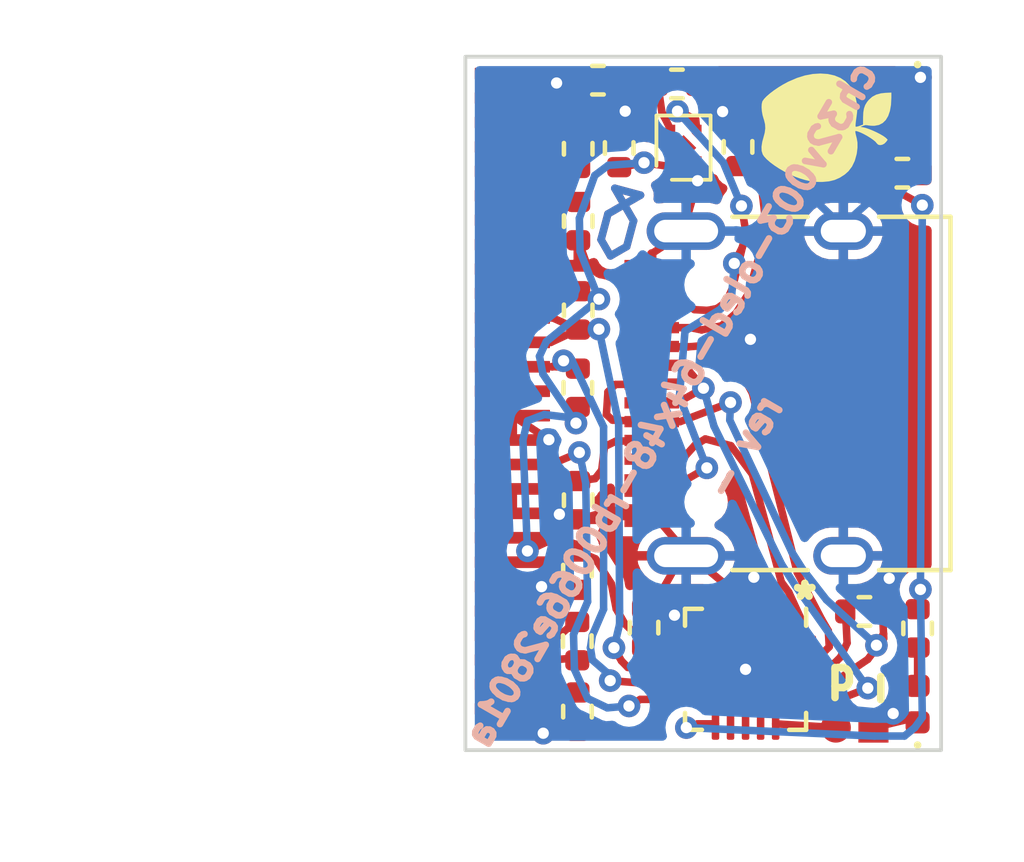
<source format=kicad_pcb>
(kicad_pcb (version 20211014) (generator pcbnew)
  (layers (0 "F.Cu" signal) (31 "B.Cu" signal) (34 "B.Paste" user) (35 "F.Paste" user) (36 "B.SilkS" user "B.Silkscreen") (37 "F.SilkS" user "F.Silkscreen") (38 "B.Mask" user) (39 "F.Mask" user) (44 "Edge.Cuts" user))
  (net 0 "")
  (net 1 "GND")
  (net 2 "VDD")
  (net 3 "+5V")
  (net 4 "Net-(C3-Pad2)")
  (net 5 "Net-(C7-Pad1)")
  (net 6 "Net-(C7-Pad2)")
  (net 7 "Net-(C9-Pad1)")
  (net 8 "Net-(C9-Pad2)")
  (net 9 "Net-(J1-PadA5)")
  (net 10 "SBU1")
  (net 11 "Net-(J1-PadB5)")
  (net 12 "SBU2")
  (net 13 "PGM")
  (net 14 "SDA")
  (net 15 "MOSI")
  (net 16 "SCL")
  (net 17 "Net-(R11-Pad2)")
  (net 18 "Net-(R12-Pad2)")
  (net 19 "RES")
  (net 20 "SS")
  (net 21 "FIOB")
  (net 22 "SCK")
  (net 23 "MISO")
  (net 24 "Net-(U1-Pad18)")
  (net 27 "Net-(C8-Pad2)")
  (net 28 "D+")
  (net 29 "D-")
  (net 32 "Net-(D1-Pad2)")
  (net 33 "Net-(D2-Pad2)")
  (footprint "Resistor_SMD:R_0402_1005Metric" (layer "F.Cu") (at 104.98 62.875 -90)
    (fp_text reference "R12" hide)
    (fp_text value "0")
    (pad "1" smd roundrect (at -0.51 0 270) (size 0.54 0.64) (layers "F.Cu" "F.Paste" "F.Mask") (net 2 "VDD"))
    (pad "2" smd roundrect (at 0.51 0 270) (size 0.54 0.64) (layers "F.Cu" "F.Paste" "F.Mask") (net 18 "Net-(R12-Pad2)"))
  )
  (footprint "cnhardware:xdfn-reg" (layer "F.Cu") (at 107.8 51.625)
    (fp_text reference "U2" hide)
    (fp_text value "3.3vReg" hide)
    (pad "1" smd custom (at -0.35 0.5) (size 0.26 0.23) (layers "F.Cu" "F.Paste" "F.Mask") (net 2 "VDD") (options (clearance outline) (anchor rect)) (primitives (gr_poly (pts (xy 0.13 -0.115) (xy -0.13 -0.115) (xy -0.13 -0.275) (xy -0.03 -0.275)) (width 0) (fill yes))))
    (pad "2" smd custom (at 0.35 0.5) (size 0.26 0.23) (layers "F.Cu" "F.Paste" "F.Mask") (net 1 "GND") (options (clearance outline) (anchor rect)) (primitives (gr_poly (pts (xy 0.13 -0.115) (xy -0.13 -0.115) (xy 0.03 -0.275) (xy 0.13 -0.275)) (width 0) (fill yes))))
    (pad "3" smd custom (at 0.35 -0.5 180) (size 0.26 0.23) (layers "F.Cu" "F.Paste" "F.Mask") (net 3 "+5V") (options (clearance outline) (anchor rect)) (primitives (gr_poly (pts (xy 0.13 -0.115) (xy -0.13 -0.115) (xy -0.13 -0.275) (xy -0.03 -0.275)) (width 0) (fill yes))))
    (pad "4" smd custom (at -0.35 -0.5 180) (size 0.26 0.23) (layers "F.Cu" "F.Paste" "F.Mask") (net 3 "+5V") (options (clearance outline) (anchor rect)) (primitives (gr_poly (pts (xy 0.13 -0.115) (xy -0.13 -0.115) (xy 0.03 -0.275) (xy 0.13 -0.275)) (width 0) (fill yes))))
    (pad "5" smd rect (at 0 0 225) (size 0.48 0.48) (layers "F.Cu" "F.Paste" "F.Mask") (net 1 "GND"))
  )
  (footprint "Resistor_SMD:R_0402_1005Metric" (layer "F.Cu") (at 113.62 52.3 180)
    (fp_text reference "R5" hide)
    (fp_text value "10")
    (pad "1" smd roundrect (at -0.51 0 180) (size 0.54 0.64) (layers "F.Cu" "F.Paste" "F.Mask") (net 33 "Net-(D2-Pad2)"))
    (pad "2" smd roundrect (at 0.51 0 180) (size 0.54 0.64) (layers "F.Cu" "F.Paste" "F.Mask") (net 21 "FIOB"))
  )
  (footprint "Resistor_SMD:R_0402_1005Metric" (layer "F.Cu") (at 114.025 64.41 90)
    (fp_text reference "R4" hide)
    (fp_text value "10")
    (pad "1" smd roundrect (at -0.51 0 90) (size 0.54 0.64) (layers "F.Cu" "F.Paste" "F.Mask") (net 32 "Net-(D1-Pad2)"))
    (pad "2" smd roundrect (at 0.51 0 90) (size 0.54 0.64) (layers "F.Cu" "F.Paste" "F.Mask") (net 21 "FIOB"))
  )
  (footprint "Connector_USB:USB_C_Receptacle_HRO_TYPE-C-31-M-12" (layer "F.Cu") (at 111 58.16 90)
    (fp_text reference "J1" hide)
    (fp_text value "USB_C_Receptacle_USB2.0" hide)
    (pad "" np_thru_hole circle (at -2.89 -2.6 90) (size 0.65 0.65) (drill 0.65) (layers *.Cu *.Mask))
    (pad "" np_thru_hole circle (at 2.89 -2.6 90) (size 0.65 0.65) (drill 0.65) (layers *.Cu *.Mask))
    (pad "A1" smd rect (at -3.25 -4.045 90) (size 0.6 1.45) (layers "F.Cu" "F.Paste" "F.Mask") (net 1 "GND"))
    (pad "A4" smd rect (at -2.45 -4.045 90) (size 0.6 1.45) (layers "F.Cu" "F.Paste" "F.Mask") (net 3 "+5V"))
    (pad "A5" smd rect (at -1.25 -4.045 90) (size 0.3 1.45) (layers "F.Cu" "F.Paste" "F.Mask") (net 9 "Net-(J1-PadA5)"))
    (pad "A6" smd rect (at -0.25 -4.045 90) (size 0.3 1.45) (layers "F.Cu" "F.Paste" "F.Mask") (net 28 "D+"))
    (pad "A7" smd rect (at 0.25 -4.045 90) (size 0.3 1.45) (layers "F.Cu" "F.Paste" "F.Mask") (net 29 "D-"))
    (pad "A8" smd rect (at 1.25 -4.045 90) (size 0.3 1.45) (layers "F.Cu" "F.Paste" "F.Mask") (net 10 "SBU1"))
    (pad "A9" smd rect (at 2.45 -4.045 90) (size 0.6 1.45) (layers "F.Cu" "F.Paste" "F.Mask") (net 3 "+5V"))
    (pad "A12" smd rect (at 3.25 -4.045 90) (size 0.6 1.45) (layers "F.Cu" "F.Paste" "F.Mask") (net 1 "GND"))
    (pad "B1" smd rect (at 3.25 -4.045 90) (size 0.6 1.45) (layers "F.Cu" "F.Paste" "F.Mask") (net 1 "GND"))
    (pad "B4" smd rect (at 2.45 -4.045 90) (size 0.6 1.45) (layers "F.Cu" "F.Paste" "F.Mask") (net 3 "+5V"))
    (pad "B5" smd rect (at 1.75 -4.045 90) (size 0.3 1.45) (layers "F.Cu" "F.Paste" "F.Mask") (net 11 "Net-(J1-PadB5)"))
    (pad "B6" smd rect (at 0.75 -4.045 90) (size 0.3 1.45) (layers "F.Cu" "F.Paste" "F.Mask") (net 28 "D+"))
    (pad "B7" smd rect (at -0.75 -4.045 90) (size 0.3 1.45) (layers "F.Cu" "F.Paste" "F.Mask") (net 29 "D-"))
    (pad "B8" smd rect (at -1.75 -4.045 90) (size 0.3 1.45) (layers "F.Cu" "F.Paste" "F.Mask") (net 12 "SBU2"))
    (pad "B9" smd rect (at -2.45 -4.045 90) (size 0.6 1.45) (layers "F.Cu" "F.Paste" "F.Mask") (net 3 "+5V"))
    (pad "B12" smd rect (at -3.25 -4.045 90) (size 0.6 1.45) (layers "F.Cu" "F.Paste" "F.Mask") (net 1 "GND"))
    (pad "S1" thru_hole oval (at 4.32 -3.13 90) (size 1 2.1) (drill oval 0.6 1.7) (layers *.Cu *.Mask) (net 1 "GND"))
    (pad "S1" thru_hole oval (at -4.32 1.05 90) (size 1 1.6) (drill oval 0.6 1.2) (layers *.Cu *.Mask) (net 1 "GND"))
    (pad "S1" thru_hole oval (at 4.32 1.05 90) (size 1 1.6) (drill oval 0.6 1.2) (layers *.Cu *.Mask) (net 1 "GND"))
    (pad "S1" thru_hole oval (at -4.32 -3.13 90) (size 1 2.1) (drill oval 0.6 1.7) (layers *.Cu *.Mask) (net 1 "GND"))
  )
  (footprint "Resistor_SMD:R_0402_1005Metric" (layer "F.Cu") (at 109.25 51.6 90)
    (fp_text reference "R3" hide)
    (fp_text value "5.1k" hide)
    (pad "1" smd roundrect (at -0.51 0 90) (size 0.54 0.64) (layers "F.Cu" "F.Paste" "F.Mask") (net 11 "Net-(J1-PadB5)"))
    (pad "2" smd roundrect (at 0.51 0 90) (size 0.54 0.64) (layers "F.Cu" "F.Paste" "F.Mask") (net 1 "GND"))
  )
  (footprint "Resistor_SMD:R_0402_1005Metric" (layer "F.Cu") (at 112.61 63.96 180)
    (fp_text reference "R1" hide)
    (fp_text value "1.5k")
    (pad "1" smd roundrect (at -0.51 0 180) (size 0.54 0.64) (layers "F.Cu" "F.Paste" "F.Mask") (net 29 "D-"))
    (pad "2" smd roundrect (at 0.51 0 180) (size 0.54 0.64) (layers "F.Cu" "F.Paste" "F.Mask") (net 24 "Net-(U1-Pad18)"))
  )
  (footprint "Resistor_SMD:R_0402_1005Metric" (layer "F.Cu") (at 104.975 64.75 -90)
    (fp_text reference "C9" hide)
    (fp_text value "1u" hide)
    (pad "1" smd roundrect (at -0.51 0 270) (size 0.54 0.64) (layers "F.Cu" "F.Paste" "F.Mask") (net 7 "Net-(C9-Pad1)"))
    (pad "2" smd roundrect (at 0.51 0 270) (size 0.54 0.64) (layers "F.Cu" "F.Paste" "F.Mask") (net 8 "Net-(C9-Pad2)"))
  )
  (footprint "Resistor_SMD:R_0402_1005Metric" (layer "F.Cu") (at 104.98 66.625 -90)
    (fp_text reference "C7" hide)
    (fp_text value "1u" hide)
    (pad "1" smd roundrect (at -0.51 0 270) (size 0.54 0.64) (layers "F.Cu" "F.Paste" "F.Mask") (net 5 "Net-(C7-Pad1)"))
    (pad "2" smd roundrect (at 0.51 0 270) (size 0.54 0.64) (layers "F.Cu" "F.Paste" "F.Mask") (net 6 "Net-(C7-Pad2)"))
  )
  (footprint "Resistor_SMD:R_0402_1005Metric" (layer "F.Cu") (at 105.525 49.825)
    (fp_text reference "C8" hide)
    (fp_text value "4.7u")
    (pad "1" smd roundrect (at -0.51 0) (size 0.54 0.64) (layers "F.Cu" "F.Paste" "F.Mask") (net 1 "GND"))
    (pad "2" smd roundrect (at 0.51 0) (size 0.54 0.64) (layers "F.Cu" "F.Paste" "F.Mask") (net 27 "Net-(C8-Pad2)"))
  )
  (footprint "Resistor_SMD:R_0402_1005Metric" (layer "F.Cu") (at 105 53.575 90)
    (fp_text reference "R11" hide)
    (fp_text value "390k")
    (pad "1" smd roundrect (at -0.51 0 90) (size 0.54 0.64) (layers "F.Cu" "F.Paste" "F.Mask") (net 1 "GND"))
    (pad "2" smd roundrect (at 0.51 0 90) (size 0.54 0.64) (layers "F.Cu" "F.Paste" "F.Mask") (net 17 "Net-(R11-Pad2)"))
  )
  (footprint "Resistor_SMD:R_0402_1005Metric" (layer "F.Cu") (at 105 51.65 -90)
    (fp_text reference "C3" hide)
    (fp_text value "2.2uF 16V")
    (pad "1" smd roundrect (at -0.51 0 270) (size 0.54 0.64) (layers "F.Cu" "F.Paste" "F.Mask") (net 1 "GND"))
    (pad "2" smd roundrect (at 0.51 0 270) (size 0.54 0.64) (layers "F.Cu" "F.Paste" "F.Mask") (net 4 "Net-(C3-Pad2)"))
  )
  (footprint "Package_DFN_QFN:QFN-20-1EP_3x3mm_P0.4mm_EP1.65x1.65mm" (layer "F.Cu") (at 109.45 65.5 -90)
    (fp_text reference "U1" hide)
    (fp_text value "CH32V003F4U6" hide)
    (pad "1" smd roundrect (at -1.45 -0.8 270) (size 0.85 0.2) (layers "F.Cu" "F.Paste" "F.Mask"))
    (pad "2" smd roundrect (at -1.45 -0.4 270) (size 0.85 0.2) (layers "F.Cu" "F.Paste" "F.Mask"))
    (pad "3" smd roundrect (at -1.45 0 270) (size 0.85 0.2) (layers "F.Cu" "F.Paste" "F.Mask"))
    (pad "4" smd roundrect (at -1.45 0.4 270) (size 0.85 0.2) (layers "F.Cu" "F.Paste" "F.Mask") (net 1 "GND"))
    (pad "5" smd roundrect (at -1.45 0.8 270) (size 0.85 0.2) (layers "F.Cu" "F.Paste" "F.Mask"))
    (pad "6" smd roundrect (at -0.8 1.45 270) (size 0.2 0.85) (layers "F.Cu" "F.Paste" "F.Mask") (net 2 "VDD"))
    (pad "7" smd roundrect (at -0.4 1.45 270) (size 0.2 0.85) (layers "F.Cu" "F.Paste" "F.Mask") (net 20 "SS"))
    (pad "8" smd roundrect (at 0 1.45 270) (size 0.2 0.85) (layers "F.Cu" "F.Paste" "F.Mask") (net 14 "SDA"))
    (pad "9" smd roundrect (at 0.4 1.45 270) (size 0.2 0.85) (layers "F.Cu" "F.Paste" "F.Mask") (net 16 "SCL"))
    (pad "10" smd roundrect (at 0.8 1.45 270) (size 0.2 0.85) (layers "F.Cu" "F.Paste" "F.Mask") (net 19 "RES"))
    (pad "11" smd roundrect (at 1.45 0.8 270) (size 0.85 0.2) (layers "F.Cu" "F.Paste" "F.Mask") (net 21 "FIOB"))
    (pad "12" smd roundrect (at 1.45 0.4 270) (size 0.85 0.2) (layers "F.Cu" "F.Paste" "F.Mask") (net 22 "SCK"))
    (pad "13" smd roundrect (at 1.45 0 270) (size 0.85 0.2) (layers "F.Cu" "F.Paste" "F.Mask") (net 15 "MOSI"))
    (pad "14" smd roundrect (at 1.45 -0.4 270) (size 0.85 0.2) (layers "F.Cu" "F.Paste" "F.Mask") (net 23 "MISO"))
    (pad "15" smd roundrect (at 1.45 -0.8 270) (size 0.85 0.2) (layers "F.Cu" "F.Paste" "F.Mask") (net 13 "PGM"))
    (pad "16" smd roundrect (at 0.8 -1.45 270) (size 0.2 0.85) (layers "F.Cu" "F.Paste" "F.Mask") (net 28 "D+"))
    (pad "17" smd roundrect (at 0.4 -1.45 270) (size 0.2 0.85) (layers "F.Cu" "F.Paste" "F.Mask") (net 29 "D-"))
    (pad "18" smd roundrect (at 0 -1.45 270) (size 0.2 0.85) (layers "F.Cu" "F.Paste" "F.Mask") (net 24 "Net-(U1-Pad18)"))
    (pad "19" smd roundrect (at -0.4 -1.45 270) (size 0.2 0.85) (layers "F.Cu" "F.Paste" "F.Mask") (net 10 "SBU1"))
    (pad "20" smd roundrect (at -0.8 -1.45 270) (size 0.2 0.85) (layers "F.Cu" "F.Paste" "F.Mask") (net 12 "SBU2"))
    (pad "21" smd rect (at 0 0 270) (size 1.65 1.65) (layers "F.Cu" "F.Mask") (net 1 "GND"))
  )
  (footprint "cnhardware:OLED-RB0066E2801A-64x48-FULL" (layer "F.Cu") (at 103.25 61.35 180)
    (fp_text reference "U4" hide)
    (fp_text value "OLED-RB0066E2801A-64x48-FULL")
    (pad "1" smd roundrect (at 0 -5.85 270) (size 0.31 2) (layers "F.Cu" "F.Paste" "F.Mask") (roundrect_rratio 0.05) (net 1 "GND"))
    (pad "2" smd roundrect (at 0 -5.2 270) (size 0.31 2) (layers "F.Cu" "F.Paste" "F.Mask") (roundrect_rratio 0.05) (net 6 "Net-(C7-Pad2)"))
    (pad "3" smd roundrect (at 0 -4.55 270) (size 0.31 2) (layers "F.Cu" "F.Paste" "F.Mask") (roundrect_rratio 0.05) (net 5 "Net-(C7-Pad1)"))
    (pad "4" smd roundrect (at 0 -3.9 270) (size 0.31 2) (layers "F.Cu" "F.Paste" "F.Mask") (roundrect_rratio 0.05) (net 8 "Net-(C9-Pad2)"))
    (pad "5" smd roundrect (at 0 -3.25 270) (size 0.31 2) (layers "F.Cu" "F.Paste" "F.Mask") (roundrect_rratio 0.05) (net 7 "Net-(C9-Pad1)"))
    (pad "6" smd roundrect (at 0 -2.6 270) (size 0.31 2) (layers "F.Cu" "F.Paste" "F.Mask") (roundrect_rratio 0.05) (net 18 "Net-(R12-Pad2)"))
    (pad "7" smd roundrect (at 0 -1.95 270) (size 0.31 2) (layers "F.Cu" "F.Paste" "F.Mask") (roundrect_rratio 0.05) (net 1 "GND"))
    (pad "8" smd roundrect (at 0 -1.3 270) (size 0.31 2) (layers "F.Cu" "F.Paste" "F.Mask") (roundrect_rratio 0.05) (net 2 "VDD"))
    (pad "9" smd roundrect (at 0 -0.65 270) (size 0.31 2) (layers "F.Cu" "F.Paste" "F.Mask") (roundrect_rratio 0.05) (net 2 "VDD"))
    (pad "10" smd roundrect (at 0 0 270) (size 0.31 2) (layers "F.Cu" "F.Paste" "F.Mask") (roundrect_rratio 0.05) (net 1 "GND"))
    (pad "11" smd roundrect (at 0 0.65 270) (size 0.31 2) (layers "F.Cu" "F.Paste" "F.Mask") (roundrect_rratio 0.05) (net 1 "GND"))
    (pad "12" smd roundrect (at 0 1.3 270) (size 0.31 2) (layers "F.Cu" "F.Paste" "F.Mask") (roundrect_rratio 0.05) (net 19 "RES"))
    (pad "13" smd roundrect (at 0 1.95 270) (size 0.31 2) (layers "F.Cu" "F.Paste" "F.Mask") (roundrect_rratio 0.05) (net 1 "GND"))
    (pad "14" smd roundrect (at 0 2.6 270) (size 0.31 2) (layers "F.Cu" "F.Paste" "F.Mask") (roundrect_rratio 0.05) (net 1 "GND"))
    (pad "15" smd roundrect (at 0 3.25 270) (size 0.31 2) (layers "F.Cu" "F.Paste" "F.Mask") (roundrect_rratio 0.05) (net 1 "GND"))
    (pad "16" smd roundrect (at 0 3.9 270) (size 0.31 2) (layers "F.Cu" "F.Paste" "F.Mask") (roundrect_rratio 0.05) (net 16 "SCL"))
    (pad "17" smd roundrect (at 0 4.55 270) (size 0.31 2) (layers "F.Cu" "F.Paste" "F.Mask") (roundrect_rratio 0.05) (net 14 "SDA"))
    (pad "18" smd roundrect (at 0 5.2 270) (size 0.31 2) (layers "F.Cu" "F.Paste" "F.Mask") (roundrect_rratio 0.05) (net 14 "SDA"))
    (pad "19" smd roundrect (at 0 5.85 270) (size 0.31 2) (layers "F.Cu" "F.Paste" "F.Mask") (roundrect_rratio 0.05) (net 1 "GND"))
    (pad "20" smd roundrect (at 0 6.5 270) (size 0.31 2) (layers "F.Cu" "F.Paste" "F.Mask") (roundrect_rratio 0.05) (net 1 "GND"))
    (pad "21" smd roundrect (at 0 7.15 270) (size 0.31 2) (layers "F.Cu" "F.Paste" "F.Mask") (roundrect_rratio 0.05) (net 1 "GND"))
    (pad "22" smd roundrect (at 0 7.8 270) (size 0.31 2) (layers "F.Cu" "F.Paste" "F.Mask") (roundrect_rratio 0.05) (net 1 "GND"))
    (pad "23" smd roundrect (at 0 8.45 270) (size 0.31 2) (layers "F.Cu" "F.Paste" "F.Mask") (roundrect_rratio 0.05) (net 1 "GND"))
    (pad "24" smd roundrect (at 0 9.1 270) (size 0.31 2) (layers "F.Cu" "F.Paste" "F.Mask") (roundrect_rratio 0.05) (net 17 "Net-(R11-Pad2)"))
    (pad "25" smd roundrect (at 0 9.75 270) (size 0.31 2) (layers "F.Cu" "F.Paste" "F.Mask") (roundrect_rratio 0.05) (net 4 "Net-(C3-Pad2)"))
    (pad "26" smd roundrect (at 0 10.4 270) (size 0.31 2) (layers "F.Cu" "F.Paste" "F.Mask") (roundrect_rratio 0.05) (net 27 "Net-(C8-Pad2)"))
    (pad "27" smd roundrect (at 0 11.05 270) (size 0.31 2) (layers "F.Cu" "F.Paste" "F.Mask") (roundrect_rratio 0.05) (net 1 "GND"))
    (pad "28" smd roundrect (at 0 11.7 270) (size 0.31 2) (layers "F.Cu" "F.Paste" "F.Mask") (roundrect_rratio 0.05) (net 1 "GND"))
  )
  (footprint "Resistor_SMD:R_0402_1005Metric" (layer "F.Cu") (at 106.75 64.39 -90)
    (fp_text reference "C1" hide)
    (fp_text value "1u" hide)
    (pad "1" smd roundrect (at -0.51 0 270) (size 0.54 0.64) (layers "F.Cu" "F.Paste" "F.Mask") (net 1 "GND"))
    (pad "2" smd roundrect (at 0.51 0 270) (size 0.54 0.64) (layers "F.Cu" "F.Paste" "F.Mask") (net 2 "VDD"))
  )
  (footprint "artwork:apple" (layer "F.Cu") (at 111.6 51.09 -90)
    (fp_text reference "J3" hide)
    (fp_text value "APPLE" hide)
  )
  (footprint "LED_SMD:LED_0402_1005Metric" (layer "F.Cu") (at 114.025 50.5 -90)
    (fp_text reference "D2" hide)
    (fp_text value "LED" hide)
    (pad "1" smd roundrect (at -0.485 0 270) (size 0.59 0.64) (layers "F.Cu" "F.Paste" "F.Mask") (net 1 "GND"))
    (pad "2" smd roundrect (at 0.485 0 270) (size 0.59 0.64) (layers "F.Cu" "F.Paste" "F.Mask") (net 33 "Net-(D2-Pad2)"))
  )
  (footprint "Resistor_SMD:R_0402_1005Metric" (layer "F.Cu") (at 106.09 51.63 -90)
    (fp_text reference "C5" hide)
    (fp_text value "4.7u" hide)
    (pad "1" smd roundrect (at -0.51 0 270) (size 0.54 0.64) (layers "F.Cu" "F.Paste" "F.Mask") (net 1 "GND"))
    (pad "2" smd roundrect (at 0.51 0 270) (size 0.54 0.64) (layers "F.Cu" "F.Paste" "F.Mask") (net 2 "VDD"))
  )
  (footprint "LED_SMD:LED_0402_1005Metric" (layer "F.Cu") (at 114.025 66.425 90)
    (fp_text reference "D1" hide)
    (fp_text value "LED")
    (pad "1" smd roundrect (at -0.485 0 90) (size 0.59 0.64) (layers "F.Cu" "F.Paste" "F.Mask") (net 1 "GND"))
    (pad "2" smd roundrect (at 0.485 0 90) (size 0.59 0.64) (layers "F.Cu" "F.Paste" "F.Mask") (net 32 "Net-(D1-Pad2)"))
  )
  (footprint "Resistor_SMD:R_0402_1005Metric" (layer "F.Cu") (at 105 55.95 90)
    (fp_text reference "R8" hide)
    (fp_text value "5.1k")
    (pad "1" smd roundrect (at -0.51 0 90) (size 0.54 0.64) (layers "F.Cu" "F.Paste" "F.Mask") (net 14 "SDA"))
    (pad "2" smd roundrect (at 0.51 0 90) (size 0.54 0.64) (layers "F.Cu" "F.Paste" "F.Mask") (net 2 "VDD"))
  )
  (footprint "Resistor_SMD:R_0402_1005Metric" (layer "F.Cu") (at 104.99 58.01 -90)
    (fp_text reference "R10" hide)
    (fp_text value "5.1k" hide)
    (pad "1" smd roundrect (at -0.51 0 270) (size 0.54 0.64) (layers "F.Cu" "F.Paste" "F.Mask") (net 16 "SCL"))
    (pad "2" smd roundrect (at 0.51 0 270) (size 0.54 0.64) (layers "F.Cu" "F.Paste" "F.Mask") (net 2 "VDD"))
  )
  (footprint "Connector_PinHeader_2.54mm:PinHeader_1x03_P2.54mm_Vertical" (layer "F.Cu") (at 112.85 67.05 -90)
    (fp_text reference "J2" hide)
    (fp_text value "PGM" hide)
    (pad "1" smd rect (at 0 0 270) (size 0.8 0.8) (layers "F.Cu" "F.Paste" "F.Mask") (net 1 "GND"))
    (pad "2" smd oval (at 0 1 270) (size 0.8 0.8) (layers "F.Cu" "F.Paste" "F.Mask") (net 13 "PGM"))
  )
  (footprint "Resistor_SMD:R_0402_1005Metric" (layer "F.Cu") (at 107.625 49.925 180)
    (fp_text reference "C2" hide)
    (fp_text value "4.7u" hide)
    (pad "1" smd roundrect (at -0.51 0 180) (size 0.54 0.64) (layers "F.Cu" "F.Paste" "F.Mask") (net 1 "GND"))
    (pad "2" smd roundrect (at 0.51 0 180) (size 0.54 0.64) (layers "F.Cu" "F.Paste" "F.Mask") (net 3 "+5V"))
  )
  (footprint "Resistor_SMD:R_0402_1005Metric" (layer "F.Cu") (at 105 61 -90)
    (fp_text reference "R2" hide)
    (fp_text value "5.1k")
    (pad "1" smd roundrect (at -0.51 0 270) (size 0.54 0.64) (layers "F.Cu" "F.Paste" "F.Mask") (net 9 "Net-(J1-PadA5)"))
    (pad "2" smd roundrect (at 0.51 0 270) (size 0.54 0.64) (layers "F.Cu" "F.Paste" "F.Mask") (net 1 "GND"))
  )
  (gr_rect (start 102 49.2) (end 114.65 67.65) (layer "Edge.Cuts") (width 0.1) (fill none))
  (gr_text "ch32v003-oled-64x48-rb0066e2801a\n\nrev -" (at 108.44 59.02 60) (layer "B.SilkS") (effects (font (size 0.7 0.7) (thickness 0.175)) (justify mirror)))
  (gr_text "-" (at 113.1 66 270) (layer "F.SilkS") (effects (font (size 0.8 0.8) (thickness 0.2))))
  (gr_text "*" (at 111.025 63.65) (layer "F.SilkS") (effects (font (size 0.8 0.8) (thickness 0.2))))
  (gr_text "p" (at 112 65.625) (layer "F.SilkS") (effects (font (size 0.8 0.8) (thickness 0.2))))
  (segment (start 105.79 53.383975) (end 106.656025 52.883975) (width 0.2) (layer "F.Cu") (net 0))
  (segment (start 105.856988 54.499999) (end 105.606987 54.066988) (width 0.2) (layer "F.Cu") (net 0))
  (segment (start 105.973013 52.700962) (end 106.473014 53.566987) (width 0.2) (layer "F.Cu") (net 0))
  (segment (start 106.656025 52.883975) (end 105.973013 52.700962) (width 0.2) (layer "F.Cu") (net 0))
  (segment (start 105.606987 54.066988) (end 105.79 53.383975) (width 0.2) (layer "F.Cu") (net 0))
  (segment (start 106.473014 53.566987) (end 106.29 54.25) (width 0.2) (layer "F.Cu") (net 0))
  (segment (start 106.29 54.25) (end 105.856988 54.499999) (width 0.2) (layer "F.Cu") (net 0))
  (segment (start 105.973013 52.700962) (end 106.473014 53.566987) (width 0.2) (layer "B.Cu") (net 0))
  (segment (start 105.606987 54.066988) (end 105.856988 54.499999) (width 0.2) (layer "B.Cu") (net 0))
  (segment (start 106.656025 52.883975) (end 105.79 53.383975) (width 0.2) (layer "B.Cu") (net 0))
  (segment (start 105.856988 54.499999) (end 106.29 54.25) (width 0.2) (layer "B.Cu") (net 0))
  (segment (start 106.656025 52.883975) (end 105.973013 52.700962) (width 0.2) (layer "B.Cu") (net 0))
  (segment (start 106.473014 53.566987) (end 106.29 54.25) (width 0.2) (layer "B.Cu") (net 0))
  (segment (start 105.79 53.383975) (end 105.606987 54.066988) (width 0.2) (layer "B.Cu") (net 0))
  (segment (start 108.175 52.5) (end 108.15 52.125) (width 0.2) (layer "F.Cu") (net 1))
  (segment (start 109.05 63.35) (end 107.83 62.345) (width 0.2) (layer "F.Cu") (net 1))
  (segment (start 106.03 55.04) (end 106.955 54.91) (width 0.2) (layer "F.Cu") (net 1))
  (segment (start 104.499522 61.375478) (end 104.4 61.35) (width 0.2) (layer "F.Cu") (net 1))
  (segment (start 106.955 54.91) (end 106.97 54.43) (width 0.2) (layer "F.Cu") (net 1))
  (segment (start 105.51 54.96) (end 105.71 55.02) (width 0.2) (layer "F.Cu") (net 1))
  (segment (start 103.25 53.55) (end 103.25 54.2) (width 0.2) (layer "F.Cu") (net 1))
  (segment (start 103.25 55.5) (end 103.25 54.85) (width 0.2) (layer "F.Cu") (net 1))
  (segment (start 109.05 64.675) (end 109.45 65.5) (width 0.2) (layer "F.Cu") (net 1))
  (segment (start 104.35 54.2) (end 103.25 54.2) (width 0.2) (layer "F.Cu") (net 1))
  (segment (start 106.075 51.14) (end 106.25 50.65) (width 0.2) (layer "F.Cu") (net 1))
  (segment (start 103.25 60.7) (end 103.25 61.35) (width 0.2) (layer "F.Cu") (net 1))
  (segment (start 104.4 61.35) (end 103.25 61.35) (width 0.2) (layer "F.Cu") (net 1))
  (segment (start 103.25 67.2) (end 104.07 67.2) (width 0.2) (layer "F.Cu") (net 1))
  (segment (start 105 54.085) (end 104.35 54.2) (width 0.2) (layer "F.Cu") (net 1))
  (segment (start 103.25 52.9) (end 103.25 53.55) (width 0.2) (layer "F.Cu") (net 1))
  (segment (start 103.25 49.65) (end 104.375 49.65) (width 0.2) (layer "F.Cu") (net 1))
  (segment (start 106 50.85) (end 106.25 50.65) (width 0.2) (layer "F.Cu") (net 1))
  (segment (start 112.85 67.05) (end 113.375 66.675) (width 0.2) (layer "F.Cu") (net 1))
  (segment (start 107.025 63.765) (end 107.83 62.345) (width 0.2) (layer "F.Cu") (net 1))
  (segment (start 103.25 58.75) (end 104.22 59.39) (width 0.2) (layer "F.Cu") (net 1))
  (segment (start 106.915 61.275) (end 105.85 61.275) (width 0.2) (layer "F.Cu") (net 1))
  (segment (start 105.23 54.73) (end 105.51 54.96) (width 0.2) (layer "F.Cu") (net 1))
  (segment (start 108.175 52.5) (end 107.83 53.705) (width 0.2) (layer "F.Cu") (net 1))
  (segment (start 108.135 49.925) (end 108.83921 50.66079) (width 0.2) (layer "F.Cu") (net 1))
  (segment (start 107.8 51.625) (end 108.15 52.125) (width 0.2) (layer "F.Cu") (net 1))
  (segment (start 106.97 54.43) (end 107.87 53.84) (width 0.2) (layer "F.Cu") (net 1))
  (segment (start 106.915 61.275) (end 107.83 62.345) (width 0.2) (layer "F.Cu") (net 1))
  (segment (start 105.025 61.51) (end 104.499522 61.375478) (width 0.2) (layer "F.Cu") (net 1))
  (segment (start 105 54.085) (end 105.23 54.73) (width 0.2) (layer "F.Cu") (net 1))
  (segment (start 105.7 51.1) (end 105.025 51.14) (width 0.2) (layer "F.Cu") (net 1))
  (segment (start 104.375 49.65) (end 105 49.715) (width 0.2) (layer "F.Cu") (net 1))
  (segment (start 106.075 51.14) (end 105.7 51.1) (width 0.2) (layer "F.Cu") (net 1))
  (segment (start 103.25 50.3) (end 104.25 50.3) (width 0.2) (layer "F.Cu") (net 1))
  (segment (start 114.025 50.015) (end 114.1 49.75) (width 0.2) (layer "F.Cu") (net 1))
  (segment (start 109.05 64.05) (end 109.05 64.675) (width 0.2) (layer "F.Cu") (net 1))
  (segment (start 104.25 50.3) (end 105 49.715) (width 0.2) (layer "F.Cu") (net 1))
  (segment (start 103.25 63.3) (end 104.025 63.3) (width 0.2) (layer "F.Cu") (net 1))
  (segment (start 109.05 64.05) (end 109.05 63.35) (width 0.2) (layer "F.Cu") (net 1))
  (segment (start 108.83921 50.66079) (end 109.25 51.09) (width 0.2) (layer "F.Cu") (net 1))
  (segment (start 105.85 61.275) (end 105.025 61.51) (width 0.2) (layer "F.Cu") (net 1))
  (segment (start 104.425 49.9) (end 105.015 49.825) (width 0.2) (layer "F.Cu") (net 1))
  (segment (start 105.025 51.14) (end 106 50.85) (width 0.2) (layer "F.Cu") (net 1))
  (segment (start 103.25 54.2) (end 103.25 54.85) (width 0.2) (layer "F.Cu") (net 1))
  (segment (start 112.85 67.05) (end 113.825 66.8175) (width 0.2) (layer "F.Cu") (net 1))
  (segment (start 105.71 55.02) (end 106.03 55.04) (width 0.2) (layer "F.Cu") (net 1))
  (via (at 109.67 63.05) (size 0.6) (drill 0.3) (layers "F.Cu" "B.Cu") (net 1))
  (via (at 109.45 65.5) (size 0.6) (drill 0.3) (layers "F.Cu" "B.Cu") (net 1))
  (via (at 104.22 59.39) (size 0.6) (drill 0.3) (layers "F.Cu" "B.Cu") (net 1))
  (via (at 108.83921 50.66079) (size 0.6) (drill 0.3) (layers "F.Cu" "B.Cu") (net 1))
  (via (at 114.1 49.75) (size 0.6) (drill 0.3) (layers "F.Cu" "B.Cu") (net 1))
  (via (at 113.375 66.675) (size 0.6) (drill 0.3) (layers "F.Cu" "B.Cu") (net 1))
  (via (at 104.07 67.2) (size 0.6) (drill 0.3) (layers "F.Cu" "B.Cu") (net 1))
  (via (at 107.56 64.06) (size 0.6) (drill 0.3) (layers "F.Cu" "B.Cu") (net 1))
  (via (at 109.58 56.72) (size 0.6) (drill 0.3) (layers "F.Cu" "B.Cu") (net 1))
  (via (at 104.425 49.9) (size 0.6) (drill 0.3) (layers "F.Cu" "B.Cu") (net 1))
  (via (at 108.175 52.5) (size 0.6) (drill 0.3) (layers "F.Cu" "B.Cu") (net 1))
  (via (at 104.499522 61.375478) (size 0.6) (drill 0.3) (layers "F.Cu" "B.Cu") (net 1))
  (via (at 113.27 63.08) (size 0.6) (drill 0.3) (layers "F.Cu" "B.Cu") (net 1))
  (via (at 104.025 63.3) (size 0.6) (drill 0.3) (layers "F.Cu" "B.Cu") (net 1))
  (via (at 106.25 50.65) (size 0.6) (drill 0.3) (layers "F.Cu" "B.Cu") (net 1))
  (segment (start 111.775 66.525) (end 109.45 65.5) (width 0.2) (layer "B.Cu") (net 1))
  (segment (start 104.025 63.3) (end 104.499522 61.375478) (width 0.2) (layer "B.Cu") (net 1))
  (segment (start 114.1 49.75) (end 114.1 51.84) (width 0.2) (layer "B.Cu") (net 1))
  (segment (start 112.01 53.705) (end 108.83921 50.66079) (width 0.2) (layer "B.Cu") (net 1))
  (segment (start 113.375 66.675) (end 111.775 66.525) (width 0.2) (layer "B.Cu") (net 1))
  (segment (start 114.1 51.84) (end 112.01 53.705) (width 0.2) (layer "B.Cu") (net 1))
  (segment (start 106.25 50.65) (end 104.425 49.9) (width 0.2) (layer "B.Cu") (net 1))
  (segment (start 104.22 59.39) (end 104.499522 61.375478) (width 0.2) (layer "B.Cu") (net 1))
  (segment (start 105.55 55.65) (end 105 55.44) (width 0.2) (layer "F.Cu") (net 2))
  (segment (start 107.525 64.7) (end 106.75 64.785) (width 0.2) (layer "F.Cu") (net 2))
  (segment (start 103.25 62) (end 104.4 62) (width 0.2) (layer "F.Cu") (net 2))
  (segment (start 104.4 62) (end 103.65 62.35) (width 0.2) (layer "F.Cu") (net 2))
  (segment (start 107.45 52.125) (end 106.75 52.02) (width 0.2) (layer "F.Cu") (net 2))
  (segment (start 106.24 64.29) (end 106.01 63.89) (width 0.2) (layer "F.Cu") (net 2))
  (segment (start 104.275 62.65) (end 105 62.19) (width 0.2) (layer "F.Cu") (net 2))
  (segment (start 106.75 64.785) (end 106.24 64.29) (width 0.2) (layer "F.Cu") (net 2))
  (segment (start 104.4 62) (end 105 62.19) (width 0.2) (layer "F.Cu") (net 2))
  (segment (start 103.25 62.65) (end 104.275 62.65) (width 0.2) (layer "F.Cu") (net 2))
  (segment (start 106.75 52.02) (end 106.075 52.16) (width 0.2) (layer "F.Cu") (net 2))
  (segment (start 105.46 62.56) (end 105 62.365) (width 0.2) (layer "F.Cu") (net 2))
  (segment (start 108 64.7) (end 107.525 64.7) (width 0.2) (layer "F.Cu") (net 2))
  (segment (start 105.88 63.22) (end 105.46 62.56) (width 0.2) (layer "F.Cu") (net 2))
  (segment (start 106.01 63.89) (end 105.88 63.22) (width 0.2) (layer "F.Cu") (net 2))
  (segment (start 104.94 58.95) (end 104.97 58.52) (width 0.2) (layer "F.Cu") (net 2))
  (via (at 104.94 58.95) (size 0.6) (drill 0.3) (layers "F.Cu" "B.Cu") (net 2))
  (via (at 106.75 52.02) (size 0.6) (drill 0.3) (layers "F.Cu" "B.Cu") (net 2))
  (via (at 105.55 55.65) (size 0.6) (drill 0.3) (layers "F.Cu" "B.Cu") (net 2))
  (via (at 103.65 62.35) (size 0.6) (drill 0.3) (layers "F.Cu" "B.Cu") (net 2))
  (segment (start 104.15 56.78) (end 103.97 57.17) (width 0.2) (layer "B.Cu") (net 2))
  (segment (start 105.03 53.5) (end 105.05 54.38) (width 0.2) (layer "B.Cu") (net 2))
  (segment (start 103.97 57.17) (end 104.06 57.64) (width 0.2) (layer "B.Cu") (net 2))
  (segment (start 105.44 52.36) (end 105.03 53.5) (width 0.2) (layer "B.Cu") (net 2))
  (segment (start 106.75 52.02) (end 105.8 52.09) (width 0.2) (layer "B.Cu") (net 2))
  (segment (start 104.06 57.64) (end 104.94 58.95) (width 0.2) (layer "B.Cu") (net 2))
  (segment (start 104.1 58.72) (end 103.65 58.89) (width 0.2) (layer "B.Cu") (net 2))
  (segment (start 104.94 58.95) (end 104.84 58.81) (width 0.2) (layer "B.Cu") (net 2))
  (segment (start 104.84 58.81) (end 104.1 58.72) (width 0.2) (layer "B.Cu") (net 2))
  (segment (start 103.65 58.89) (end 103.53 59.4) (width 0.2) (layer "B.Cu") (net 2))
  (segment (start 103.53 59.4) (end 103.65 62.35) (width 0.2) (layer "B.Cu") (net 2))
  (segment (start 105.55 55.65) (end 104.15 56.78) (width 0.2) (layer "B.Cu") (net 2))
  (segment (start 105.05 54.38) (end 105.55 55.65) (width 0.2) (layer "B.Cu") (net 2))
  (segment (start 105.8 52.09) (end 105.44 52.36) (width 0.2) (layer "B.Cu") (net 2))
  (segment (start 109.46 53.87) (end 109.34 53.17) (width 0.2) (layer "F.Cu") (net 3))
  (segment (start 106.905 55.71) (end 107.84 55.76) (width 0.2) (layer "F.Cu") (net 3))
  (segment (start 107.730197 50.760197) (end 107.64 50.65) (width 0.2) (layer "F.Cu") (net 3))
  (segment (start 109.15 54.7) (end 109.36596 54.26596) (width 0.2) (layer "F.Cu") (net 3))
  (segment (start 107.283333 50.791667) (end 107.730197 50.760197) (width 0.2) (layer "F.Cu") (net 3))
  (segment (start 108.86 55.78) (end 108.69 55.9) (width 0.2) (layer "F.Cu") (net 3))
  (segment (start 108.97 55.67) (end 108.86 55.78) (width 0.2) (layer "F.Cu") (net 3))
  (segment (start 107.283333 50.791667) (end 107.225 50.675) (width 0.2) (layer "F.Cu") (net 3))
  (segment (start 107.86 60.46) (end 108.42 60.14) (width 0.2) (layer "F.Cu") (net 3))
  (segment (start 109.1 55.36) (end 109.36596 54.26596) (width 0.2) (layer "F.Cu") (net 3))
  (segment (start 107.875 50.75) (end 108.125 50.875) (width 0.2) (layer "F.Cu") (net 3))
  (segment (start 109.36596 54.26596) (end 109.46 53.87) (width 0.2) (layer "F.Cu") (net 3))
  (segment (start 109.1 55.36) (end 109.03 55.52) (width 0.2) (layer "F.Cu") (net 3))
  (segment (start 107.730197 50.760197) (end 107.875 50.75) (width 0.2) (layer "F.Cu") (net 3))
  (segment (start 106.905 60.61) (end 107.86 60.46) (width 0.2) (layer "F.Cu") (net 3))
  (segment (start 109.03 55.52) (end 108.97 55.67) (width 0.2) (layer "F.Cu") (net 3))
  (segment (start 108.125 50.875) (end 108.15 51.125) (width 0.2) (layer "F.Cu") (net 3))
  (segment (start 107.84 55.76) (end 108.09 55.93) (width 0.2) (layer "F.Cu") (net 3))
  (segment (start 108.09 55.93) (end 108.44 55.95) (width 0.2) (layer "F.Cu") (net 3))
  (segment (start 108.69 55.9) (end 108.44 55.95) (width 0.2) (layer "F.Cu") (net 3))
  (segment (start 107.45 51.125) (end 107.283333 50.791667) (width 0.2) (layer "F.Cu") (net 3))
  (segment (start 107.225 50.675) (end 107.115 49.925) (width 0.2) (layer "F.Cu") (net 3))
  (via (at 108.42 60.14) (size 0.6) (drill 0.3) (layers "F.Cu" "B.Cu") (net 3))
  (via (at 109.34 53.17) (size 0.6) (drill 0.3) (layers "F.Cu" "B.Cu") (net 3))
  (via (at 107.64 50.65) (size 0.6) (drill 0.3) (layers "F.Cu" "B.Cu") (net 3))
  (via (at 109.15 54.7) (size 0.6) (drill 0.3) (layers "F.Cu" "B.Cu") (net 3))
  (segment (start 107.84 56.5) (end 108.78 55.92) (width 0.2) (layer "B.Cu") (net 3))
  (segment (start 107.69 58.24) (end 107.84 56.5) (width 0.2) (layer "B.Cu") (net 3))
  (segment (start 109.08 55.56) (end 109.15 54.7) (width 0.2) (layer "B.Cu") (net 3))
  (segment (start 108.42 60.14) (end 107.69 58.24) (width 0.2) (layer "B.Cu") (net 3))
  (segment (start 107.64 50.65) (end 108.86 52.02) (width 0.2) (layer "B.Cu") (net 3))
  (segment (start 108.78 55.92) (end 109.08 55.56) (width 0.2) (layer "B.Cu") (net 3))
  (segment (start 108.86 52.02) (end 109.34 53.17) (width 0.2) (layer "B.Cu") (net 3))
  (segment (start 105.025 52.16) (end 104.625 51.725) (width 0.2) (layer "F.Cu") (net 4))
  (segment (start 104.625 51.725) (end 104.4 51.6) (width 0.2) (layer "F.Cu") (net 4))
  (segment (start 104.4 51.6) (end 103.25 51.6) (width 0.2) (layer "F.Cu") (net 4))
  (segment (start 104.475 65.9) (end 103.25 65.9) (width 0.2) (layer "F.Cu") (net 5))
  (segment (start 104.975 66.115) (end 104.475 65.9) (width 0.2) (layer "F.Cu") (net 5))
  (segment (start 104.225 66.55) (end 104.975 67.135) (width 0.2) (layer "F.Cu") (net 6))
  (segment (start 103.25 66.55) (end 104.225 66.55) (width 0.2) (layer "F.Cu") (net 6))
  (segment (start 103.25 64.6) (end 104.5 64.6) (width 0.2) (layer "F.Cu") (net 7))
  (segment (start 104.5 64.6) (end 105 64.165) (width 0.2) (layer "F.Cu") (net 7))
  (segment (start 104.35 65.25) (end 105 65.185) (width 0.2) (layer "F.Cu") (net 8))
  (segment (start 103.25 65.25) (end 104.35 65.25) (width 0.2) (layer "F.Cu") (net 8))
  (segment (start 105.625 60.2) (end 105.45 60.425) (width 0.2) (layer "F.Cu") (net 9))
  (segment (start 105.7 59.575) (end 105.625 60.2) (width 0.2) (layer "F.Cu") (net 9))
  (segment (start 105.45 60.425) (end 105.025 60.49) (width 0.2) (layer "F.Cu") (net 9))
  (segment (start 106 59.43) (end 106.905 59.41) (width 0.2) (layer "F.Cu") (net 9))
  (segment (start 106 59.43) (end 105.7 59.575) (width 0.2) (layer "F.Cu") (net 9))
  (segment (start 111.675 64.9) (end 111.475 65.1) (width 0.2) (layer "F.Cu") (net 10))
  (segment (start 108.42 56.88) (end 107.92 56.92) (width 0.2) (layer "F.Cu") (net 10))
  (segment (start 110.825 62.925) (end 111.475 64.175) (width 0.2) (layer "F.Cu") (net 10))
  (segment (start 111.475 65.1) (end 110.9 65.1) (width 0.2) (layer "F.Cu") (net 10))
  (segment (start 109.63 58.15) (end 109.22 57.4) (width 0.2) (layer "F.Cu") (net 10))
  (segment (start 109.63 58.15) (end 110.825 62.925) (width 0.2) (layer "F.Cu") (net 10))
  (segment (start 109.22 57.4) (end 108.81 56.94) (width 0.2) (layer "F.Cu") (net 10))
  (segment (start 111.475 64.175) (end 111.65 64.475) (width 0.2) (layer "F.Cu") (net 10))
  (segment (start 111.65 64.475) (end 111.675 64.9) (width 0.2) (layer "F.Cu") (net 10))
  (segment (start 106.905 56.91) (end 107.92 56.92) (width 0.2) (layer "F.Cu") (net 10))
  (segment (start 108.81 56.94) (end 108.42 56.88) (width 0.2) (layer "F.Cu") (net 10))
  (segment (start 110.01 53.79) (end 109.86 52.54) (width 0.2) (layer "F.Cu") (net 11))
  (segment (start 108.28 56.47) (end 108.81 56.36) (width 0.2) (layer "F.Cu") (net 11))
  (segment (start 108.81 56.36) (end 109.2 56.02) (width 0.2) (layer "F.Cu") (net 11))
  (segment (start 109.2 56.02) (end 109.53 55.5) (width 0.2) (layer "F.Cu") (net 11))
  (segment (start 109.86 52.54) (end 109.25 52.11) (width 0.2) (layer "F.Cu") (net 11))
  (segment (start 107.99 56.41) (end 108.28 56.47) (width 0.2) (layer "F.Cu") (net 11))
  (segment (start 109.53 55.5) (end 110.01 53.79) (width 0.2) (layer "F.Cu") (net 11))
  (segment (start 107.99 56.41) (end 106.905 56.41) (width 0.2) (layer "F.Cu") (net 11))
  (segment (start 110.6 63.45) (end 110.4 63.175) (width 0.2) (layer "F.Cu") (net 12))
  (segment (start 108.38 59.37) (end 109.06 59.55) (width 0.2) (layer "F.Cu") (net 12))
  (segment (start 109.06 59.55) (end 109.63 60.31) (width 0.2) (layer "F.Cu") (net 12))
  (segment (start 111.025 64.375) (end 110.6 63.45) (width 0.2) (layer "F.Cu") (net 12))
  (segment (start 106.905 59.91) (end 107.54 59.91) (width 0.2) (layer "F.Cu") (net 12))
  (segment (start 107.54 59.91) (end 107.84 59.83) (width 0.2) (layer "F.Cu") (net 12))
  (segment (start 110.9 64.7) (end 111.025 64.375) (width 0.2) (layer "F.Cu") (net 12))
  (segment (start 107.84 59.83) (end 108.1 59.54) (width 0.2) (layer "F.Cu") (net 12))
  (segment (start 110.4 63.175) (end 109.63 60.31) (width 0.2) (layer "F.Cu") (net 12))
  (segment (start 108.1 59.54) (end 108.38 59.37) (width 0.2) (layer "F.Cu") (net 12))
  (segment (start 111.85 67.05) (end 110.25 66.95) (width 0.2) (layer "F.Cu") (net 13))
  (segment (start 106.15 65.275) (end 105.95 64.925) (width 0.2) (layer "F.Cu") (net 14))
  (segment (start 106.975 65.475) (end 106.32 65.45) (width 0.2) (layer "F.Cu") (net 14))
  (segment (start 104.275 56.8) (end 105 56.46) (width 0.2) (layer "F.Cu") (net 14))
  (segment (start 103.25 56.8) (end 104.275 56.8) (width 0.2) (layer "F.Cu") (net 14))
  (segment (start 104.325 56.15) (end 103.25 56.15) (width 0.2) (layer "F.Cu") (net 14))
  (segment (start 105.55 56.45) (end 105 56.46) (width 0.2) (layer "F.Cu") (net 14))
  (segment (start 107.475 65.5) (end 106.975 65.475) (width 0.2) (layer "F.Cu") (net 14))
  (segment (start 106.32 65.45) (end 106.15 65.275) (width 0.2) (layer "F.Cu") (net 14))
  (segment (start 105 56.46) (end 104.325 56.15) (width 0.2) (layer "F.Cu") (net 14))
  (segment (start 108 65.5) (end 107.475 65.5) (width 0.2) (layer "F.Cu") (net 14))
  (via (at 105.55 56.45) (size 0.6) (drill 0.3) (layers "F.Cu" "B.Cu") (net 14))
  (via (at 105.95 64.925) (size 0.6) (drill 0.3) (layers "F.Cu" "B.Cu") (net 14))
  (segment (start 106.075 58.95) (end 105.55 56.45) (width 0.2) (layer "B.Cu") (net 14))
  (segment (start 106.1 63.95) (end 106.1 64.3) (width 0.2) (layer "B.Cu") (net 14))
  (segment (start 106.1 64.3) (end 105.95 64.925) (width 0.2) (layer "B.Cu") (net 14))
  (segment (start 106.1 63.95) (end 106.075 58.95) (width 0.2) (layer "B.Cu") (net 14))
  (segment (start 104.61 57.29) (end 104.31 57.45) (width 0.2) (layer "F.Cu") (net 16))
  (segment (start 104.425 57.45) (end 104.725 57.45) (width 0.2) (layer "F.Cu") (net 16))
  (segment (start 107.1 65.9) (end 108 65.9) (width 0.2) (layer "F.Cu") (net 16))
  (segment (start 105.85 65.8) (end 107.1 65.9) (width 0.2) (layer "F.Cu") (net 16))
  (segment (start 104.425 57.45) (end 104.31 57.45) (width 0.2) (layer "F.Cu") (net 16))
  (segment (start 104.61 57.29) (end 104.97 57.5) (width 0.2) (layer "F.Cu") (net 16))
  (segment (start 104.31 57.45) (end 103.25 57.45) (width 0.2) (layer "F.Cu") (net 16))
  (via (at 105.85 65.8) (size 0.6) (drill 0.3) (layers "F.Cu" "B.Cu") (net 16))
  (via (at 104.61 57.29) (size 0.6) (drill 0.3) (layers "F.Cu" "B.Cu") (net 16))
  (segment (start 104.725 57.45) (end 104.82 57.25) (width 0.2) (layer "B.Cu") (net 16))
  (segment (start 105.325 64.925) (end 105.375 65.25) (width 0.2) (layer "B.Cu") (net 16))
  (segment (start 105.375 65.25) (end 105.75 65.575) (width 0.2) (layer "B.Cu") (net 16))
  (segment (start 104.82 57.25) (end 105.675 59.05) (width 0.2) (layer "B.Cu") (net 16))
  (segment (start 105.675 63.9) (end 105.375 64.6) (width 0.2) (layer "B.Cu") (net 16))
  (segment (start 105.375 64.6) (end 105.325 64.925) (width 0.2) (layer "B.Cu") (net 16))
  (segment (start 105.75 65.575) (end 105.85 65.8) (width 0.2) (layer "B.Cu") (net 16))
  (segment (start 105.675 59.05) (end 105.675 63.9) (width 0.2) (layer "B.Cu") (net 16))
  (segment (start 104.82 57.25) (end 104.61 57.29) (width 0.2) (layer "B.Cu") (net 16))
  (segment (start 105 53.065) (end 104.51 52.62) (width 0.2) (layer "F.Cu") (net 17))
  (segment (start 104.51 52.62) (end 104.3 52.25) (width 0.2) (layer "F.Cu") (net 17))
  (segment (start 104.3 52.25) (end 103.25 52.25) (width 0.2) (layer "F.Cu") (net 17))
  (segment (start 104.25 63.95) (end 104.65 63.6) (width 0.2) (layer "F.Cu") (net 18))
  (segment (start 103.25 63.95) (end 104.25 63.95) (width 0.2) (layer "F.Cu") (net 18))
  (segment (start 104.65 63.6) (end 105 63.21) (width 0.2) (layer "F.Cu") (net 18))
  (segment (start 106.65 66.3) (end 106.35 66.475) (width 0.2) (layer "F.Cu") (net 19))
  (segment (start 103.25 60.05) (end 104.15 60.05) (width 0.2) (layer "F.Cu") (net 19))
  (segment (start 104.275 60.05) (end 103.25 60.05) (width 0.2) (layer "F.Cu") (net 19))
  (segment (start 105.03 59.73) (end 104.275 60.05) (width 0.2) (layer "F.Cu") (net 19))
  (segment (start 108 66.3) (end 106.65 66.3) (width 0.2) (layer "F.Cu") (net 19))
  (via (at 106.35 66.475) (size 0.6) (drill 0.3) (layers "F.Cu" "B.Cu") (net 19))
  (via (at 105.03 59.73) (size 0.6) (drill 0.3) (layers "F.Cu" "B.Cu") (net 19))
  (segment (start 104.9 65.5) (end 105.25 66.275) (width 0.2) (layer "B.Cu") (net 19))
  (segment (start 104.875 64.575) (end 104.9 65.5) (width 0.2) (layer "B.Cu") (net 19))
  (segment (start 105.25 63.7) (end 104.875 64.575) (width 0.2) (layer "B.Cu") (net 19))
  (segment (start 105.03 59.73) (end 105.2 60.55) (width 0.2) (layer "B.Cu") (net 19))
  (segment (start 105.25 66.275) (end 105.775 66.525) (width 0.2) (layer "B.Cu") (net 19))
  (segment (start 105.2 60.55) (end 105.25 63.7) (width 0.2) (layer "B.Cu") (net 19))
  (segment (start 105.775 66.525) (end 106.35 66.475) (width 0.2) (layer "B.Cu") (net 19))
  (segment (start 114.025 63.84) (end 114.1 63.375) (width 0.2) (layer "F.Cu") (net 21))
  (segment (start 108.65 66.95) (end 108.175 66.95) (width 0.2) (layer "F.Cu") (net 21))
  (segment (start 108.175 66.95) (end 107.875 67.05) (width 0.2) (layer "F.Cu") (net 21))
  (segment (start 114.15 53.15) (end 113.475 52.775) (width 0.2) (layer "F.Cu") (net 21))
  (segment (start 113.475 52.775) (end 113.065 52.1) (width 0.2) (layer "F.Cu") (net 21))
  (via (at 114.1 63.375) (size 0.6) (drill 0.3) (layers "F.Cu" "B.Cu") (net 21))
  (via (at 107.875 67.05) (size 0.6) (drill 0.3) (layers "F.Cu" "B.Cu") (net 21))
  (via (at 114.15 53.15) (size 0.6) (drill 0.3) (layers "F.Cu" "B.Cu") (net 21))
  (segment (start 112.875 67.275) (end 107.875 67.05) (width 0.2) (layer "B.Cu") (net 21))
  (segment (start 113.95 67.05) (end 113.675 67.275) (width 0.2) (layer "B.Cu") (net 21))
  (segment (start 114.15 66.775) (end 113.95 67.05) (width 0.2) (layer "B.Cu") (net 21))
  (segment (start 113.675 67.275) (end 112.875 67.275) (width 0.2) (layer "B.Cu") (net 21))
  (segment (start 114.1 63.375) (end 114.15 66.775) (width 0.2) (layer "B.Cu") (net 21))
  (segment (start 114.1 63.375) (end 114.15 53.15) (width 0.2) (layer "B.Cu") (net 21))
  (segment (start 110.9 65.5) (end 111.375 65.5) (width 0.2) (layer "F.Cu") (net 24))
  (segment (start 111.375 65.5) (end 111.575 65.475) (width 0.2) (layer "F.Cu") (net 24))
  (segment (start 111.825 65.325) (end 111.975 65.175) (width 0.2) (layer "F.Cu") (net 24))
  (segment (start 112.15 64.8) (end 112.125 64.3) (width 0.2) (layer "F.Cu") (net 24))
  (segment (start 111.975 65.175) (end 112.15 64.8) (width 0.2) (layer "F.Cu") (net 24))
  (segment (start 112.125 64.3) (end 112.065 63.875) (width 0.2) (layer "F.Cu") (net 24))
  (segment (start 111.675 65.425) (end 111.825 65.325) (width 0.2) (layer "F.Cu") (net 24))
  (segment (start 111.575 65.475) (end 111.675 65.425) (width 0.2) (layer "F.Cu") (net 24))
  (segment (start 104.575 50.65) (end 104.875 50.475) (width 0.2) (layer "F.Cu") (net 27))
  (segment (start 105.575 50.3) (end 106.035 49.825) (width 0.2) (layer "F.Cu") (net 27))
  (segment (start 104.875 50.475) (end 105.3 50.425) (width 0.2) (layer "F.Cu") (net 27))
  (segment (start 104.275 50.95) (end 104.575 50.65) (width 0.2) (layer "F.Cu") (net 27))
  (segment (start 105.3 50.425) (end 105.575 50.3) (width 0.2) (layer "F.Cu") (net 27))
  (segment (start 103.25 50.95) (end 104.275 50.95) (width 0.2) (layer "F.Cu") (net 27))
  (segment (start 112 66.275) (end 112.7 66) (width 0.2) (layer "F.Cu") (net 28))
  (segment (start 107.81 58.31) (end 107.63 58.4) (width 0.2) (layer "F.Cu") (net 28))
  (segment (start 107.63 58.4) (end 106.905 58.41) (width 0.2) (layer "F.Cu") (net 28))
  (segment (start 107.83 57.42) (end 106.905 57.41) (width 0.2) (layer "F.Cu") (net 28))
  (segment (start 111.325 66.3) (end 112 66.275) (width 0.2) (layer "F.Cu") (net 28))
  (segment (start 108.33 58.02) (end 107.81 58.31) (width 0.2) (layer "F.Cu") (net 28))
  (segment (start 108.33 58.02) (end 107.83 57.42) (width 0.2) (layer "F.Cu") (net 28))
  (segment (start 110.9 66.3) (end 111.325 66.3) (width 0.2) (layer "F.Cu") (net 28))
  (via (at 112.7 66) (size 0.6) (drill 0.3) (layers "F.Cu" "B.Cu") (net 28))
  (via (at 108.33 58.02) (size 0.6) (drill 0.3) (layers "F.Cu" "B.Cu") (net 28))
  (segment (start 110.775 63.275) (end 112.7 66) (width 0.2) (layer "B.Cu") (net 28))
  (segment (start 110.410541 62.709459) (end 110.775 63.275) (width 0.2) (layer "B.Cu") (net 28))
  (segment (start 108.33 58.02) (end 108.61 59.03) (width 0.2) (layer "B.Cu") (net 28))
  (segment (start 108.61 59.03) (end 110.410541 62.709459) (width 0.2) (layer "B.Cu") (net 28))
  (segment (start 105.75 58.72) (end 105.91 58.87) (width 0.2) (layer "F.Cu") (net 29))
  (segment (start 112.7 65.235) (end 113.125 64.675) (width 0.2) (layer "F.Cu") (net 29))
  (segment (start 113.119048 64.555952) (end 113.085 63.875) (width 0.2) (layer "F.Cu") (net 29))
  (segment (start 111.5 65.9) (end 111.9 65.775) (width 0.2) (layer "F.Cu") (net 29))
  (segment (start 105.91 58.87) (end 106.905 58.91) (width 0.2) (layer "F.Cu") (net 29))
  (segment (start 112.93 64.86) (end 113.119048 64.555952) (width 0.2) (layer "F.Cu") (net 29))
  (segment (start 105.79 58.12) (end 105.75 58.72) (width 0.2) (layer "F.Cu") (net 29))
  (segment (start 106.905 57.91) (end 105.99 57.92) (width 0.2) (layer "F.Cu") (net 29))
  (segment (start 113.125 64.675) (end 113.119048 64.555952) (width 0.2) (layer "F.Cu") (net 29))
  (segment (start 111.9 65.775) (end 112.7 65.235) (width 0.2) (layer "F.Cu") (net 29))
  (segment (start 107.71 58.91) (end 106.905 58.91) (width 0.2) (layer "F.Cu") (net 29))
  (segment (start 109.05 58.4) (end 107.71 58.91) (width 0.2) (layer "F.Cu") (net 29))
  (segment (start 110.9 65.9) (end 111.5 65.9) (width 0.2) (layer "F.Cu") (net 29))
  (segment (start 105.99 57.92) (end 105.79 58.12) (width 0.2) (layer "F.Cu") (net 29))
  (via (at 109.05 58.4) (size 0.6) (drill 0.3) (layers "F.Cu" "B.Cu") (net 29))
  (via (at 112.93 64.86) (size 0.6) (drill 0.3) (layers "F.Cu" "B.Cu") (net 29))
  (segment (start 110.68 62.38) (end 109.03 58.87) (width 0.2) (layer "B.Cu") (net 29))
  (segment (start 112.93 64.86) (end 111.6 63.65) (width 0.2) (layer "B.Cu") (net 29))
  (segment (start 109.03 58.87) (end 109.05 58.4) (width 0.2) (layer "B.Cu") (net 29))
  (segment (start 110.97 62.84) (end 110.68 62.38) (width 0.2) (layer "B.Cu") (net 29))
  (segment (start 111.6 63.65) (end 110.97 62.84) (width 0.2) (layer "B.Cu") (net 29))
  (segment (start 114.025 64.86) (end 114.025 65.94) (width 0.2) (layer "F.Cu") (net 32))
  (segment (start 114.085 52.1) (end 114.025 50.985) (width 0.2) (layer "F.Cu") (net 33))
  (zone (net 1) (net_name "GND") (layers F&B.Cu) (connect_pads (clearance 0.25)) (min_thickness 0.25) (fill yes (thermal_gap 0.25) (thermal_bridge_width 0.25))
    (polygon (pts (xy 115.7 68.725) (xy 100.95 68.725) (xy 100.95 48.475) (xy 115.7 48.475)))
  )
)
</source>
